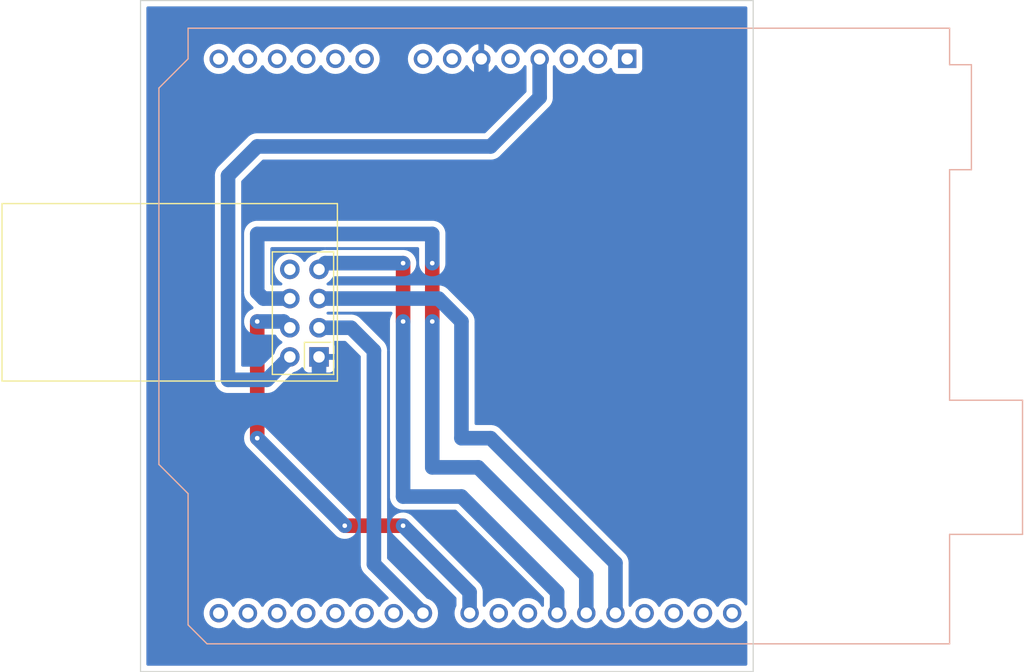
<source format=kicad_pcb>
(kicad_pcb (version 20211014) (generator pcbnew)
  (layers (0 "F.Cu" signal) (31 "B.Cu" signal) (34 "B.Paste" user) (35 "F.Paste" user) (36 "B.SilkS" user "B.Silkscreen") (37 "F.SilkS" user "F.Silkscreen") (38 "B.Mask" user) (39 "F.Mask" user) (44 "Edge.Cuts" user))
  (net 0 "")
  (net 1 "GND")
  (net 2 "Net-(A1-Pad4)")
  (net 3 "Net-(A1-Pad22)")
  (net 4 "Net-(A1-Pad23)")
  (net 5 "Net-(A1-Pad28)")
  (net 6 "Net-(A1-Pad27)")
  (net 7 "Net-(A1-Pad26)")
  (footprint "RF_Module:nRF24L01_Breakout" (layer "F.Cu") (at 117.14 89.445 180)
    (fp_text reference "U1" hide)
    (fp_text value "NRF24L01_Breakout" hide)
    (fp_line (start -1.6 -2.1) (end 27.6 -2.1) (layer "F.SilkS") (width 0.12))
    (fp_line (start -1.27 -1.524) (end 4.064 -1.524) (layer "F.SilkS") (width 0.12))
    (fp_line (start -1.27 9.144) (end -1.27 -1.524) (layer "F.SilkS") (width 0.12))
    (fp_line (start 4.064 -1.524) (end 4.064 9.144) (layer "F.SilkS") (width 0.12))
    (fp_line (start -1.6 13.35) (end -1.6 -2.1) (layer "F.SilkS") (width 0.12))
    (fp_line (start -1.27 -1.524) (end -1.27 -1.524) (layer "F.SilkS") (width 0.12))
    (fp_line (start 4.064 9.144) (end -1.27 9.144) (layer "F.SilkS") (width 0.12))
    (fp_line (start -1.6 -2.1) (end -1.6 -2.1) (layer "F.SilkS") (width 0.12))
    (fp_line (start 1.27 -1.016) (end 1.27 1.27) (layer "F.SilkS") (width 0.12))
    (fp_line (start -1.27 9.144) (end -1.27 9.144) (layer "F.SilkS") (width 0.12))
    (fp_line (start -1.016 1.27) (end -1.016 1.27) (layer "F.SilkS") (width 0.12))
    (fp_line (start 27.6 -2.1) (end 27.6 13.35) (layer "F.SilkS") (width 0.12))
    (fp_line (start 1.27 1.27) (end -1.016 1.27) (layer "F.SilkS") (width 0.12))
    (fp_line (start 27.6 13.35) (end -1.6 13.35) (layer "F.SilkS") (width 0.12))
    (pad "1" thru_hole rect (at 0 0 180) (size 1.7 1.7) (drill 1) (layers *.Cu *.Mask) (net 1 "GND"))
    (pad "2" thru_hole circle (at 2.54 0 180) (size 1.7 1.7) (drill 1) (layers *.Cu *.Mask) (net 2 "Net-(A1-Pad4)"))
    (pad "3" thru_hole circle (at 0 2.54 180) (size 1.7 1.7) (drill 1) (layers *.Cu *.Mask) (net 3 "Net-(A1-Pad22)"))
    (pad "4" thru_hole circle (at 2.54 2.54 180) (size 1.7 1.7) (drill 1) (layers *.Cu *.Mask) (net 4 "Net-(A1-Pad23)"))
    (pad "5" thru_hole circle (at 0 5.08 180) (size 1.7 1.7) (drill 1) (layers *.Cu *.Mask) (net 5 "Net-(A1-Pad28)"))
    (pad "6" thru_hole circle (at 2.54 5.08 180) (size 1.7 1.7) (drill 1) (layers *.Cu *.Mask) (net 6 "Net-(A1-Pad27)"))
    (pad "7" thru_hole circle (at 0 7.62 180) (size 1.7 1.7) (drill 1) (layers *.Cu *.Mask) (net 7 "Net-(A1-Pad26)"))
    (pad "8" thru_hole circle (at 2.54 7.62 180) (size 1.7 1.7) (drill 1) (layers *.Cu *.Mask))
  )
  (footprint "Module:Arduino_UNO_R3" (layer "B.Cu") (at 143.97 63.495 180)
    (fp_text reference "A1" hide)
    (fp_text value "Arduino_UNO_R3" hide)
    (fp_line (start -28.07 -50.93) (end 36.58 -50.93) (layer "B.SilkS") (width 0.12))
    (fp_line (start -28.07 -9.65) (end -28.07 -29.72) (layer "B.SilkS") (width 0.12))
    (fp_line (start -28.07 -29.72) (end -34.42 -29.72) (layer "B.SilkS") (width 0.12))
    (fp_line (start -28.07 -0.51) (end -29.97 -0.51) (layer "B.SilkS") (width 0.12))
    (fp_line (start 40.77 -35.31) (end 40.77 -2.54) (layer "B.SilkS") (width 0.12))
    (fp_line (start -34.42 -41.4) (end -28.07 -41.4) (layer "B.SilkS") (width 0.12))
    (fp_line (start 38.23 -37.85) (end 40.77 -35.31) (layer "B.SilkS") (width 0.12))
    (fp_line (start 38.23 0) (end 38.23 2.67) (layer "B.SilkS") (width 0.12))
    (fp_line (start 40.77 -2.54) (end 38.23 0) (layer "B.SilkS") (width 0.12))
    (fp_line (start -29.97 -0.51) (end -29.97 -9.65) (layer "B.SilkS") (width 0.12))
    (fp_line (start 38.23 2.67) (end -28.07 2.67) (layer "B.SilkS") (width 0.12))
    (fp_line (start -29.97 -9.65) (end -28.07 -9.65) (layer "B.SilkS") (width 0.12))
    (fp_line (start 36.58 -50.93) (end 38.23 -49.28) (layer "B.SilkS") (width 0.12))
    (fp_line (start -28.07 -41.4) (end -28.07 -50.93) (layer "B.SilkS") (width 0.12))
    (fp_line (start -34.42 -29.72) (end -34.42 -41.4) (layer "B.SilkS") (width 0.12))
    (fp_line (start -28.07 2.67) (end -28.07 -0.51) (layer "B.SilkS") (width 0.12))
    (fp_line (start 38.23 -49.28) (end 38.23 -37.85) (layer "B.SilkS") (width 0.12))
    (pad "1" thru_hole rect (at 0 0 90) (size 1.6 1.6) (drill 1) (layers *.Cu *.Mask))
    (pad "2" thru_hole oval (at 2.54 0 90) (size 1.6 1.6) (drill 1) (layers *.Cu *.Mask))
    (pad "3" thru_hole oval (at 5.08 0 90) (size 1.6 1.6) (drill 1) (layers *.Cu *.Mask))
    (pad "4" thru_hole oval (at 7.62 0 90) (size 1.6 1.6) (drill 1) (layers *.Cu *.Mask) (net 2 "Net-(A1-Pad4)"))
    (pad "5" thru_hole oval (at 10.16 0 90) (size 1.6 1.6) (drill 1) (layers *.Cu *.Mask))
    (pad "6" thru_hole oval (at 12.7 0 90) (size 1.6 1.6) (drill 1) (layers *.Cu *.Mask) (net 1 "GND"))
    (pad "7" thru_hole oval (at 15.24 0 90) (size 1.6 1.6) (drill 1) (layers *.Cu *.Mask))
    (pad "8" thru_hole oval (at 17.78 0 90) (size 1.6 1.6) (drill 1) (layers *.Cu *.Mask))
    (pad "9" thru_hole oval (at 22.86 0 90) (size 1.6 1.6) (drill 1) (layers *.Cu *.Mask))
    (pad "10" thru_hole oval (at 25.4 0 90) (size 1.6 1.6) (drill 1) (layers *.Cu *.Mask))
    (pad "11" thru_hole oval (at 27.94 0 90) (size 1.6 1.6) (drill 1) (layers *.Cu *.Mask))
    (pad "12" thru_hole oval (at 30.48 0 90) (size 1.6 1.6) (drill 1) (layers *.Cu *.Mask))
    (pad "13" thru_hole oval (at 33.02 0 90) (size 1.6 1.6) (drill 1) (layers *.Cu *.Mask))
    (pad "14" thru_hole oval (at 35.56 0 90) (size 1.6 1.6) (drill 1) (layers *.Cu *.Mask))
    (pad "15" thru_hole oval (at 35.56 -48.26 90) (size 1.6 1.6) (drill 1) (layers *.Cu *.Mask))
    (pad "16" thru_hole oval (at 33.02 -48.26 90) (size 1.6 1.6) (drill 1) (layers *.Cu *.Mask))
    (pad "17" thru_hole oval (at 30.48 -48.26 90) (size 1.6 1.6) (drill 1) (layers *.Cu *.Mask))
    (pad "18" thru_hole oval (at 27.94 -48.26 90) (size 1.6 1.6) (drill 1) (layers *.Cu *.Mask))
    (pad "19" thru_hole oval (at 25.4 -48.26 90) (size 1.6 1.6) (drill 1) (layers *.Cu *.Mask))
    (pad "20" thru_hole oval (at 22.86 -48.26 90) (size 1.6 1.6) (drill 1) (layers *.Cu *.Mask))
    (pad "21" thru_hole oval (at 20.32 -48.26 90) (size 1.6 1.6) (drill 1) (layers *.Cu *.Mask))
    (pad "22" thru_hole oval (at 17.78 -48.26 90) (size 1.6 1.6) (drill 1) (layers *.Cu *.Mask) (net 3 "Net-(A1-Pad22)"))
    (pad "23" thru_hole oval (at 13.72 -48.26 90) (size 1.6 1.6) (drill 1) (layers *.Cu *.Mask) (net 4 "Net-(A1-Pad23)"))
    (pad "24" thru_hole oval (at 11.18 -48.26 90) (size 1.6 1.6) (drill 1) (layers *.Cu *.Mask))
    (pad "25" thru_hole oval (at 8.64 -48.26 90) (size 1.6 1.6) (drill 1) (layers *.Cu *.Mask))
    (pad "26" thru_hole oval (at 6.1 -48.26 90) (size 1.6 1.6) (drill 1) (layers *.Cu *.Mask) (net 7 "Net-(A1-Pad26)"))
    (pad "27" thru_hole oval (at 3.56 -48.26 90) (size 1.6 1.6) (drill 1) (layers *.Cu *.Mask) (net 6 "Net-(A1-Pad27)"))
    (pad "28" thru_hole oval (at 1.02 -48.26 90) (size 1.6 1.6) (drill 1) (layers *.Cu *.Mask) (net 5 "Net-(A1-Pad28)"))
    (pad "29" thru_hole oval (at -1.52 -48.26 90) (size 1.6 1.6) (drill 1) (layers *.Cu *.Mask))
    (pad "30" thru_hole oval (at -4.06 -48.26 90) (size 1.6 1.6) (drill 1) (layers *.Cu *.Mask))
    (pad "31" thru_hole oval (at -6.6 -48.26 90) (size 1.6 1.6) (drill 1) (layers *.Cu *.Mask))
    (pad "32" thru_hole oval (at -9.14 -48.26 90) (size 1.6 1.6) (drill 1) (layers *.Cu *.Mask))
  )
  (gr_line (start 101.6 58.42) (end 154.94 58.42) (layer "Edge.Cuts") (width 0.1))
  (gr_line (start 101.6 116.84) (end 101.6 58.42) (layer "Edge.Cuts") (width 0.1))
  (gr_line (start 154.94 116.84) (end 101.6 116.84) (layer "Edge.Cuts") (width 0.1))
  (gr_line (start 154.94 58.42) (end 154.94 116.84) (layer "Edge.Cuts") (width 0.1))
  (segment (start 114.3 93.98) (end 106.68 93.98) (width 1.27) (layer "B.Cu") (net 1))
  (segment (start 129.54 68.58) (end 131.27 66.85) (width 1.27) (layer "B.Cu") (net 1))
  (segment (start 131.27 66.85) (end 131.27 63.495) (width 1.27) (layer "B.Cu") (net 1))
  (segment (start 106.68 93.98) (end 106.68 73.66) (width 1.27) (layer "B.Cu") (net 1))
  (segment (start 111.76 68.58) (end 129.54 68.58) (width 1.27) (layer "B.Cu") (net 1))
  (segment (start 117.14 89.445) (end 117.14 91.14) (width 1.27) (layer "B.Cu") (net 1))
  (segment (start 117.14 91.14) (end 114.3 93.98) (width 1.27) (layer "B.Cu") (net 1))
  (segment (start 106.68 73.66) (end 111.76 68.58) (width 1.27) (layer "B.Cu") (net 1))
  (segment (start 136.35 66.85) (end 136.35 63.495) (width 1.27) (layer "B.Cu") (net 2))
  (segment (start 109.22 73.66) (end 111.76 71.12) (width 1.27) (layer "B.Cu") (net 2))
  (segment (start 109.22 91.44) (end 109.22 73.66) (width 1.27) (layer "B.Cu") (net 2))
  (segment (start 111.76 71.12) (end 132.08 71.12) (width 1.27) (layer "B.Cu") (net 2))
  (segment (start 132.08 71.12) (end 136.35 66.85) (width 1.27) (layer "B.Cu") (net 2))
  (segment (start 112.605 91.44) (end 109.22 91.44) (width 1.27) (layer "B.Cu") (net 2))
  (segment (start 114.6 89.445) (end 112.605 91.44) (width 1.27) (layer "B.Cu") (net 2))
  (segment (start 126.19 111.755) (end 121.92 107.485) (width 1.27) (layer "B.Cu") (net 3))
  (segment (start 121.92 107.485) (end 121.92 88.9) (width 1.27) (layer "B.Cu") (net 3))
  (segment (start 121.92 88.9) (end 119.925 86.905) (width 1.27) (layer "B.Cu") (net 3))
  (segment (start 119.925 86.905) (end 117.14 86.905) (width 1.27) (layer "B.Cu") (net 3))
  (segment (start 124.46 104.14) (end 119.38 104.14) (width 1.27) (layer "F.Cu") (net 4))
  (segment (start 111.76 96.52) (end 111.76 86.36) (width 1.27) (layer "F.Cu") (net 4))
  (via (at 111.76 96.52) (size 0.8) (drill 0.4) (layers "F.Cu" "B.Cu") (net 4))
  (via (at 124.46 104.14) (size 0.8) (drill 0.4) (layers "F.Cu" "B.Cu") (net 4))
  (via (at 111.76 86.36) (size 0.8) (drill 0.4) (layers "F.Cu" "B.Cu") (net 4))
  (via (at 119.38 104.14) (size 0.8) (drill 0.4) (layers "F.Cu" "B.Cu") (net 4))
  (segment (start 111.76 86.36) (end 114.055 86.36) (width 1.27) (layer "B.Cu") (net 4))
  (segment (start 130.25 111.755) (end 130.25 109.93) (width 1.27) (layer "B.Cu") (net 4))
  (segment (start 119.38 104.14) (end 111.76 96.52) (width 1.27) (layer "B.Cu") (net 4))
  (segment (start 130.25 109.93) (end 124.46 104.14) (width 1.27) (layer "B.Cu") (net 4))
  (segment (start 114.055 86.36) (end 114.6 86.905) (width 1.27) (layer "B.Cu") (net 4))
  (segment (start 127.545 84.365) (end 129.54 86.36) (width 1.27) (layer "B.Cu") (net 5))
  (segment (start 132.08 96.52) (end 129.54 96.52) (width 1.27) (layer "B.Cu") (net 5))
  (segment (start 142.95 107.39) (end 142.24 106.68) (width 1.27) (layer "B.Cu") (net 5))
  (segment (start 142.95 111.755) (end 142.95 107.39) (width 1.27) (layer "B.Cu") (net 5))
  (segment (start 142.24 106.68) (end 132.08 96.52) (width 1.27) (layer "B.Cu") (net 5))
  (segment (start 129.54 96.52) (end 129.54 86.36) (width 1.27) (layer "B.Cu") (net 5))
  (segment (start 117.14 84.365) (end 127.545 84.365) (width 1.27) (layer "B.Cu") (net 5))
  (segment (start 127 81.28) (end 127 86.36) (width 1.27) (layer "F.Cu") (net 6))
  (via (at 127 81.28) (size 0.8) (drill 0.4) (layers "F.Cu" "B.Cu") (net 6))
  (via (at 127 86.36) (size 0.8) (drill 0.4) (layers "F.Cu" "B.Cu") (net 6))
  (segment (start 114.6 84.365) (end 112.305 84.365) (width 1.27) (layer "B.Cu") (net 6))
  (segment (start 111.76 78.74) (end 127 78.74) (width 1.27) (layer "B.Cu") (net 6))
  (segment (start 127 99.06) (end 130.99 99.06) (width 1.27) (layer "B.Cu") (net 6))
  (segment (start 127 86.36) (end 127 99.06) (width 1.27) (layer "B.Cu") (net 6))
  (segment (start 140.41 108.48) (end 140.41 111.755) (width 1.27) (layer "B.Cu") (net 6))
  (segment (start 130.99 99.06) (end 140.41 108.48) (width 1.27) (layer "B.Cu") (net 6))
  (segment (start 111.76 83.82) (end 111.76 78.74) (width 1.27) (layer "B.Cu") (net 6))
  (segment (start 112.305 84.365) (end 111.76 83.82) (width 1.27) (layer "B.Cu") (net 6))
  (segment (start 127 78.74) (end 127 81.28) (width 1.27) (layer "B.Cu") (net 6))
  (segment (start 124.46 86.36) (end 124.46 81.28) (width 1.27) (layer "F.Cu") (net 7))
  (via (at 124.46 86.36) (size 0.8) (drill 0.4) (layers "F.Cu" "B.Cu") (net 7))
  (via (at 124.46 81.28) (size 0.8) (drill 0.4) (layers "F.Cu" "B.Cu") (net 7))
  (segment (start 124.46 81.28) (end 117.685 81.28) (width 1.27) (layer "B.Cu") (net 7))
  (segment (start 137.87 109.93) (end 129.54 101.6) (width 1.27) (layer "B.Cu") (net 7))
  (segment (start 124.46 101.6) (end 124.46 86.36) (width 1.27) (layer "B.Cu") (net 7))
  (segment (start 117.685 81.28) (end 117.14 81.825) (width 1.27) (layer "B.Cu") (net 7))
  (segment (start 129.54 101.6) (end 124.46 101.6) (width 1.27) (layer "B.Cu") (net 7))
  (segment (start 137.87 111.755) (end 137.87 109.93) (width 1.27) (layer "B.Cu") (net 7))
  (zone (net 1) (net_name "GND") (layer "B.Cu") (connect_pads (clearance 0.508)) (min_thickness 0.254) (fill yes (thermal_gap 0.508) (thermal_bridge_width 0.508))
    (polygon (pts (xy 154.94 116.84) (xy 101.6 116.84) (xy 101.6 58.42) (xy 154.94 58.42)))
  )
)
</source>
